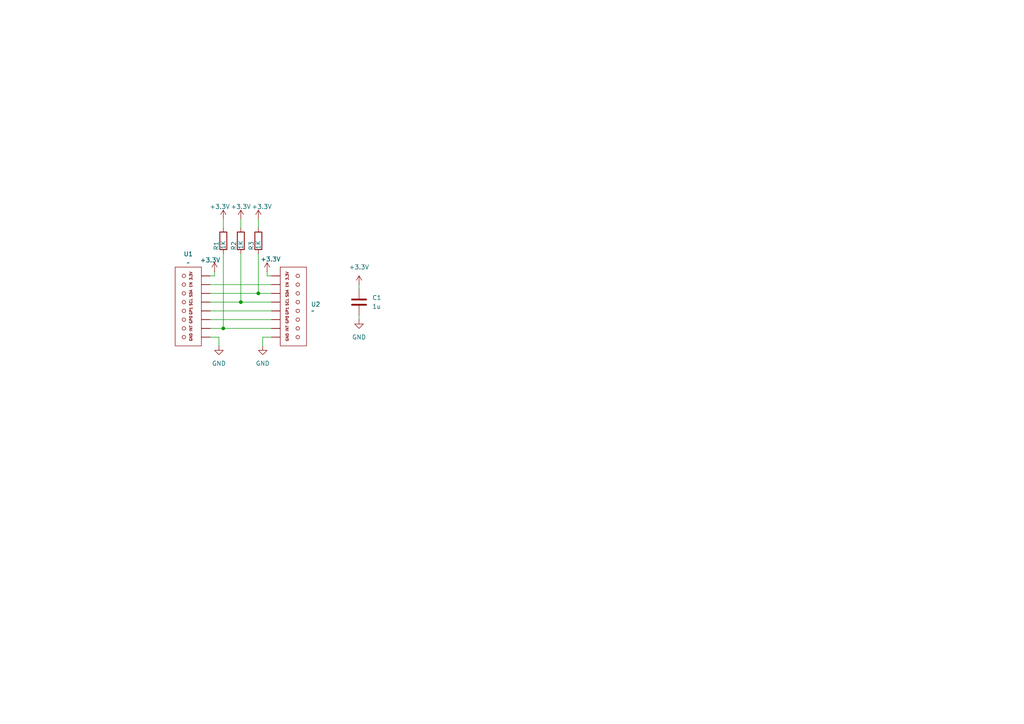
<source format=kicad_sch>
(kicad_sch (version 20231120) (generator "eeschema") (generator_version "8.0")
  (paper "A4")
  (lib_symbols
    (symbol "Device:C" (pin_numbers hide) (pin_names (offset 0.254))
      (property "Reference" "C" (at 0.635 2.54 0))
      (property "Value" "C" (at 0.635 -2.54 0))
      (symbol "C_0_1"
        (polyline (pts (xy -2.032 -0.762) (xy 2.032 -0.762)) (stroke (width 0.508)))
        (polyline (pts (xy -2.032 0.762) (xy 2.032 0.762)) (stroke (width 0.508)))
      )
      (symbol "C_1_1"
        (pin passive line (at 0 3.81 270) (length 2.794) (name "~") (number "1"))
        (pin passive line (at 0 -3.81 90) (length 2.794) (name "~") (number "2"))
      )
    )
    (symbol "Device:R" (pin_numbers hide) (pin_names (offset 0))
      (property "Reference" "R" (at 2.032 0 90))
      (property "Value" "R" (at 0 0 90))
      (symbol "R_0_1"
        (rectangle (start -1.016 -2.54) (end 1.016 2.54) (stroke (width 0.254)))
      )
      (symbol "R_1_1"
        (pin passive line (at 0 3.81 270) (length 1.27) (name "~") (number "1"))
        (pin passive line (at 0 -3.81 90) (length 1.27) (name "~") (number "2"))
      )
    )
    (symbol "Marvin:ESP32AudioKit"
      (property "Reference" "U" (at 0 -2.794 0))
      (symbol "ESP32AudioKit_0_1"
        (rectangle (start -11.43 3.81) (end 11.43 -3.81))
        (circle (center -8.89 -1.27) (radius 0.508))
        (circle (center -6.35 -1.27) (radius 0.508))
        (circle (center -3.81 -1.27) (radius 0.508))
        (circle (center -1.27 -1.27) (radius 0.508))
        (circle (center 1.27 -1.27) (radius 0.508))
        (circle (center 3.81 -1.27) (radius 0.508))
        (circle (center 6.35 -1.27) (radius 0.508))
        (circle (center 8.89 -1.27) (radius 0.508))
      )
      (symbol "ESP32AudioKit_1_1"
        (text "3.3V" (at -8.89 0.762 0) (effects (font (size 0.762 0.762))))
        (text "EN\n" (at -6.35 0.762 0) (effects (font (size 0.762 0.762))))
        (text "GND" (at 8.89 0.762 0) (effects (font (size 0.762 0.762))))
        (text "GP0\n" (at 3.81 0.762 0) (effects (font (size 0.762 0.762))))
        (text "GP1" (at 1.27 0.762 0) (effects (font (size 0.762 0.762))))
        (text "INT\n" (at 6.35 0.762 0) (effects (font (size 0.762 0.762))))
        (text "SCL\n" (at -1.27 0.762 0) (effects (font (size 0.762 0.762))))
        (text "SDA" (at -3.81 0.762 0) (effects (font (size 0.762 0.762))))
        (pin output line (at -8.89 6.35 270) (length 2.54) (name "") (number ""))
        (pin output line (at -6.35 6.35 270) (length 2.54) (name "") (number ""))
        (pin output line (at -3.81 6.35 270) (length 2.54) (name "") (number ""))
        (pin output line (at -1.27 6.35 270) (length 2.54) (name "") (number ""))
        (pin output line (at 1.27 6.35 270) (length 2.54) (name "") (number ""))
        (pin output line (at 3.81 6.35 270) (length 2.54) (name "") (number ""))
        (pin output line (at 6.35 6.35 270) (length 2.54) (name "") (number ""))
        (pin output line (at 8.89 6.35 270) (length 2.54) (name "") (number ""))
      )
    )
    (symbol "Marvin:TOD_SEN19218"
      (property "Reference" "U" (at 0 2.54 0))
      (symbol "TOD_SEN19218_0_1"
        (rectangle (start -11.43 3.81) (end 11.43 -3.81))
        (circle (center -8.89 1.27) (radius 0.508))
        (circle (center -6.35 1.27) (radius 0.508))
        (circle (center -3.81 1.27) (radius 0.508))
        (circle (center -1.27 1.27) (radius 0.508))
        (circle (center 1.27 1.27) (radius 0.508))
        (circle (center 3.81 1.27) (radius 0.508))
        (circle (center 6.35 1.27) (radius 0.508))
        (circle (center 8.89 1.27) (radius 0.508))
      )
      (symbol "TOD_SEN19218_1_1"
        (text "3.3V" (at -8.89 -1.778 0) (effects (font (size 0.762 0.762))))
        (text "EN\n" (at -6.35 -1.778 0) (effects (font (size 0.762 0.762))))
        (text "GND" (at 8.89 -1.778 0) (effects (font (size 0.762 0.762))))
        (text "GP0\n" (at 3.81 -1.778 0) (effects (font (size 0.762 0.762))))
        (text "GP1" (at 1.27 -1.778 0) (effects (font (size 0.762 0.762))))
        (text "INT\n" (at 6.35 -1.778 0) (effects (font (size 0.762 0.762))))
        (text "SCL\n" (at -1.27 -1.778 0) (effects (font (size 0.762 0.762))))
        (text "SDA" (at -3.81 -1.778 0) (effects (font (size 0.762 0.762))))
        (pin output line (at -8.89 -6.35 90) (length 2.54) (name "") (number ""))
        (pin output line (at -6.35 -6.35 90) (length 2.54) (name "") (number ""))
        (pin output line (at -3.81 -6.35 90) (length 2.54) (name "") (number ""))
        (pin output line (at -1.27 -6.35 90) (length 2.54) (name "") (number ""))
        (pin output line (at 1.27 -6.35 90) (length 2.54) (name "") (number ""))
        (pin output line (at 3.81 -6.35 90) (length 2.54) (name "") (number ""))
        (pin output line (at 6.35 -6.35 90) (length 2.54) (name "") (number ""))
        (pin output line (at 8.89 -6.35 90) (length 2.54) (name "") (number ""))
      )
    )
    (symbol "power:+3.3V" (power) (pin_numbers hide) (pin_names (offset 0) hide)
      (property "Value" "+3.3V" (at 0 3.556 0))
      (symbol "+3.3V_0_1"
        (polyline (pts (xy -0.762 1.27) (xy 0 2.54)))
        (polyline (pts (xy 0 0) (xy 0 2.54)))
        (polyline (pts (xy 0 2.54) (xy 0.762 1.27)))
      )
      (symbol "+3.3V_1_1"
        (pin power_in line (at 0 0 90) (length 0) (name "~") (number "1"))
      )
    )
    (symbol "power:GND" (power) (pin_numbers hide) (pin_names (offset 0) hide)
      (property "Value" "GND" (at 0 -3.81 0))
      (symbol "GND_0_1"
        (polyline (pts (xy 0 0) (xy 0 -1.27) (xy 1.27 -1.27) (xy 0 -2.54) (xy -1.27 -1.27) (xy 0 -1.27)))
      )
      (symbol "GND_1_1"
        (pin power_in line (at 0 0 270) (length 0) (name "~") (number "1"))
      )
    )
  )
  (junction (at 74.93 85.09))
  (junction (at 69.85 87.63))
  (junction (at 64.77 95.25))
  (wire (pts (xy 78.74 80.01) (xy 77.47 80.01)))
  (wire (pts (xy 74.93 85.09) (xy 78.74 85.09)))
  (wire (pts (xy 64.77 95.25) (xy 78.74 95.25)))
  (wire (pts (xy 63.5 97.79) (xy 63.5 100.33)))
  (wire (pts (xy 60.96 80.01) (xy 62.23 80.01)))
  (wire (pts (xy 60.96 90.17) (xy 78.74 90.17)))
  (wire (pts (xy 69.85 87.63) (xy 78.74 87.63)))
  (wire (pts (xy 60.96 95.25) (xy 64.77 95.25)))
  (wire (pts (xy 77.47 78.74) (xy 77.47 80.01)))
  (wire (pts (xy 76.2 97.79) (xy 76.2 100.33)))
  (wire (pts (xy 60.96 97.79) (xy 63.5 97.79)))
  (wire (pts (xy 74.93 63.5) (xy 74.93 66.04)))
  (wire (pts (xy 64.77 63.5) (xy 64.77 66.04)))
  (wire (pts (xy 78.74 97.79) (xy 76.2 97.79)))
  (wire (pts (xy 74.93 73.66) (xy 74.93 85.09)))
  (wire (pts (xy 60.96 87.63) (xy 69.85 87.63)))
  (wire (pts (xy 60.96 85.09) (xy 74.93 85.09)))
  (wire (pts (xy 69.85 73.66) (xy 69.85 87.63)))
  (wire (pts (xy 60.96 92.71) (xy 78.74 92.71)))
  (wire (pts (xy 62.23 78.74) (xy 62.23 80.01)))
  (wire (pts (xy 69.85 63.5) (xy 69.85 66.04)))
  (wire (pts (xy 104.14 82.55) (xy 104.14 83.82)))
  (wire (pts (xy 60.96 82.55) (xy 78.74 82.55)))
  (wire (pts (xy 64.77 73.66) (xy 64.77 95.25)))
  (wire (pts (xy 104.14 92.71) (xy 104.14 91.44)))
  (symbol (lib_id "Device:R") (at 74.93 69.85 0) (unit 1)
    (property "Reference" "R3" (at 72.898 72.644 90) (effects (justify left)))
    (property "Value" "1K" (at 74.93 72.39 90) (effects (justify left)))
    (property "Footprint" "Resistor_SMD:R_0402_1005Metric_Pad0.72x0.64mm_HandSolder" (effects (hide yes)))
    (property "Description" "Resistor" (effects (hide yes)))
  )
  (symbol (lib_id "power:+3.3V") (at 77.47 78.74 0) (unit 1)
    (property "Reference" "#PWR04" (effects (hide yes)))
    (property "Value" "+3.3V" (at 78.486 75.184 0))
    (property "Description" "Power symbol creates a global label with name \"+3.3V\"" (effects (hide yes)))
  )
  (symbol (lib_id "power:+3.3V") (at 62.23 78.74 0) (unit 1)
    (property "Reference" "#PWR03" (effects (hide yes)))
    (property "Value" "+3.3V" (at 60.96 75.438 0))
    (property "Description" "Power symbol creates a global label with name \"+3.3V\"" (effects (hide yes)))
  )
  (symbol (lib_id "Device:R") (at 69.85 69.85 180) (unit 1)
    (property "Reference" "R2" (at 67.818 72.644 90) (effects (justify right)))
    (property "Value" "1K" (at 69.85 72.39 90) (effects (justify right)))
    (property "Footprint" "Resistor_SMD:R_0402_1005Metric_Pad0.72x0.64mm_HandSolder" (effects (hide yes)))
    (property "Description" "Resistor" (effects (hide yes)))
  )
  (symbol (lib_id "power:GND") (at 63.5 100.33 0) (unit 1)
    (property "Reference" "#PWR01" (effects (hide yes)))
    (property "Value" "GND" (at 63.5 105.41 0))
    (property "Description" "Power symbol creates a global label with name \"GND\" , ground" (effects (hide yes)))
  )
  (symbol (lib_id "power:+3.3V") (at 69.85 63.5 0) (unit 1)
    (property "Reference" "#PWR06" (effects (hide yes)))
    (property "Value" "+3.3V" (at 69.85 59.944 0))
    (property "Description" "Power symbol creates a global label with name \"+3.3V\"" (effects (hide yes)))
  )
  (symbol (lib_id "Marvin:TOD_SEN19218") (at 85.09 88.9 270) (unit 1)
    (property "Reference" "U2" (at 90.17 88.2649 90) (effects (justify left)))
    (property "Value" "~" (at 90.17 90.17 90) (effects (justify left)))
    (property "Footprint" "Library:TOF_SEN19218" (effects (hide yes)))
  )
  (symbol (lib_id "power:GND") (at 104.14 92.71 0) (unit 1)
    (property "Reference" "#PWR08" (effects (hide yes)))
    (property "Value" "GND" (at 104.14 97.79 0))
    (property "Description" "Power symbol creates a global label with name \"GND\" , ground" (effects (hide yes)))
  )
  (symbol (lib_id "power:+3.3V") (at 64.77 63.5 0) (unit 1)
    (property "Reference" "#PWR05" (effects (hide yes)))
    (property "Value" "+3.3V" (at 63.754 59.944 0))
    (property "Description" "Power symbol creates a global label with name \"+3.3V\"" (effects (hide yes)))
  )
  (symbol (lib_id "Device:C") (at 104.14 87.63 0) (unit 1)
    (property "Reference" "C1" (at 107.95 86.3599 0) (effects (justify left)))
    (property "Value" "1u" (at 107.95 88.8999 0) (effects (justify left)))
    (property "Description" "Unpolarized capacitor" (effects (hide yes)))
  )
  (symbol (lib_id "Device:R") (at 64.77 69.85 0) (unit 1)
    (property "Reference" "R1" (at 62.738 72.644 90) (effects (justify left)))
    (property "Value" "1K" (at 64.77 72.39 90) (effects (justify left)))
    (property "Footprint" "Resistor_SMD:R_0402_1005Metric_Pad0.72x0.64mm_HandSolder" (effects (hide yes)))
    (property "Description" "Resistor" (effects (hide yes)))
  )
  (symbol (lib_id "Marvin:ESP32AudioKit") (at 54.61 88.9 270) (unit 1)
    (property "Reference" "U1" (at 54.61 73.66 90))
    (property "Value" "~" (at 54.61 76.2 90))
    (property "Footprint" "Library:ESP_32AudioKit" (effects (hide yes)))
  )
  (symbol (lib_id "power:+3.3V") (at 104.14 82.55 0) (unit 1)
    (property "Reference" "#PWR09" (effects (hide yes)))
    (property "Value" "+3.3V" (at 104.14 77.47 0))
    (property "Description" "Power symbol creates a global label with name \"+3.3V\"" (effects (hide yes)))
  )
  (symbol (lib_id "power:GND") (at 76.2 100.33 0) (unit 1)
    (property "Reference" "#PWR02" (effects (hide yes)))
    (property "Value" "GND" (at 76.2 105.41 0))
    (property "Description" "Power symbol creates a global label with name \"GND\" , ground" (effects (hide yes)))
  )
  (symbol (lib_id "power:+3.3V") (at 74.93 63.5 0) (unit 1)
    (property "Reference" "#PWR07" (effects (hide yes)))
    (property "Value" "+3.3V" (at 75.946 59.944 0))
    (property "Description" "Power symbol creates a global label with name \"+3.3V\"" (effects (hide yes)))
  )
)
</source>
